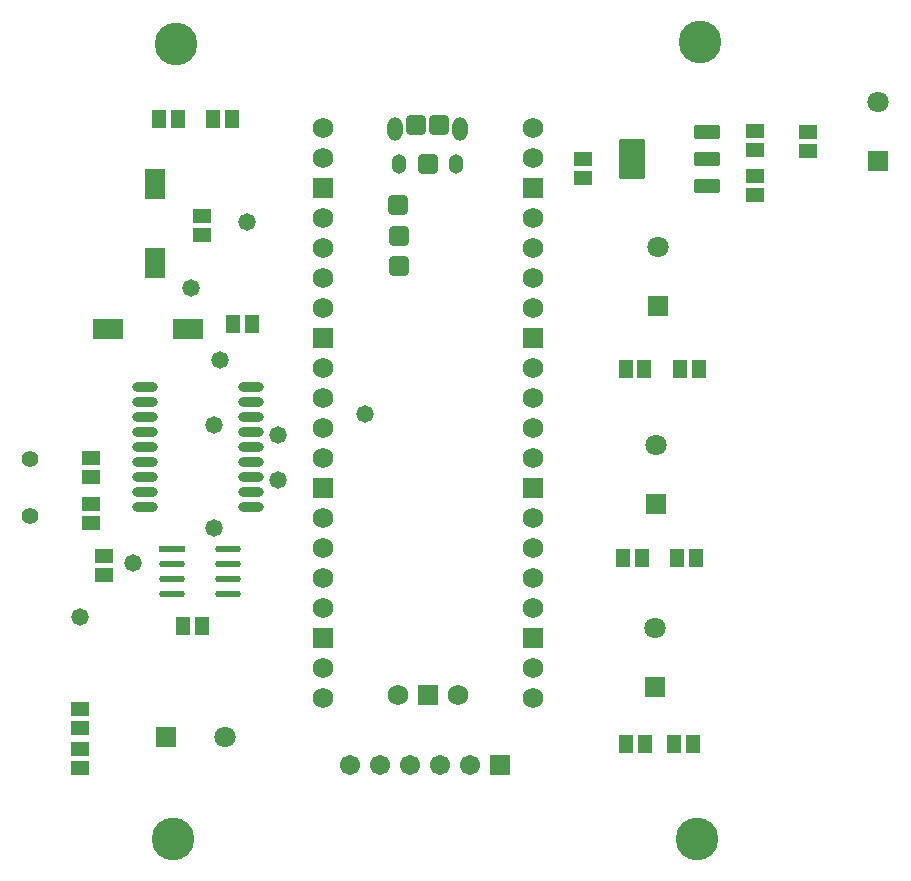
<source format=gts>
G04*
G04 #@! TF.GenerationSoftware,Altium Limited,Altium Designer,22.5.1 (42)*
G04*
G04 Layer_Color=8388736*
%FSLAX25Y25*%
%MOIN*%
G70*
G04*
G04 #@! TF.SameCoordinates,2259C19E-8C9C-4015-8B10-9D1C86A6F0C8*
G04*
G04*
G04 #@! TF.FilePolarity,Negative*
G04*
G01*
G75*
G04:AMPARAMS|DCode=21|XSize=85.59mil|YSize=22.32mil|CornerRadius=11.16mil|HoleSize=0mil|Usage=FLASHONLY|Rotation=0.000|XOffset=0mil|YOffset=0mil|HoleType=Round|Shape=RoundedRectangle|*
%AMROUNDEDRECTD21*
21,1,0.08559,0.00000,0,0,0.0*
21,1,0.06328,0.02232,0,0,0.0*
1,1,0.02232,0.03164,0.00000*
1,1,0.02232,-0.03164,0.00000*
1,1,0.02232,-0.03164,0.00000*
1,1,0.02232,0.03164,0.00000*
%
%ADD21ROUNDEDRECTD21*%
%ADD22R,0.08559X0.02232*%
%ADD28O,0.04934X0.06509*%
%ADD29O,0.05131X0.07887*%
G04:AMPARAMS|DCode=30|XSize=67.06mil|YSize=67.06mil|CornerRadius=15.81mil|HoleSize=0mil|Usage=FLASHONLY|Rotation=0.000|XOffset=0mil|YOffset=0mil|HoleType=Round|Shape=RoundedRectangle|*
%AMROUNDEDRECTD30*
21,1,0.06706,0.03543,0,0,0.0*
21,1,0.03543,0.06706,0,0,0.0*
1,1,0.03162,0.01772,-0.01772*
1,1,0.03162,-0.01772,-0.01772*
1,1,0.03162,-0.01772,0.01772*
1,1,0.03162,0.01772,0.01772*
%
%ADD30ROUNDEDRECTD30*%
%ADD31O,0.08674X0.03162*%
%ADD32R,0.04737X0.05918*%
%ADD33R,0.05918X0.04737*%
%ADD34R,0.09855X0.06706*%
%ADD35R,0.06706X0.09855*%
G04:AMPARAMS|DCode=36|XSize=135.95mil|YSize=88.71mil|CornerRadius=6.02mil|HoleSize=0mil|Usage=FLASHONLY|Rotation=270.000|XOffset=0mil|YOffset=0mil|HoleType=Round|Shape=RoundedRectangle|*
%AMROUNDEDRECTD36*
21,1,0.13595,0.07667,0,0,270.0*
21,1,0.12392,0.08871,0,0,270.0*
1,1,0.01204,-0.03834,-0.06196*
1,1,0.01204,-0.03834,0.06196*
1,1,0.01204,0.03834,0.06196*
1,1,0.01204,0.03834,-0.06196*
%
%ADD36ROUNDEDRECTD36*%
G04:AMPARAMS|DCode=37|XSize=47.37mil|YSize=88.71mil|CornerRadius=5.97mil|HoleSize=0mil|Usage=FLASHONLY|Rotation=270.000|XOffset=0mil|YOffset=0mil|HoleType=Round|Shape=RoundedRectangle|*
%AMROUNDEDRECTD37*
21,1,0.04737,0.07677,0,0,270.0*
21,1,0.03543,0.08871,0,0,270.0*
1,1,0.01194,-0.03839,-0.01772*
1,1,0.01194,-0.03839,0.01772*
1,1,0.01194,0.03839,0.01772*
1,1,0.01194,0.03839,-0.01772*
%
%ADD37ROUNDEDRECTD37*%
%ADD38C,0.06800*%
%ADD39R,0.06800X0.06800*%
%ADD40C,0.14200*%
%ADD41R,0.07099X0.07099*%
%ADD42C,0.07099*%
%ADD43R,0.07099X0.07099*%
%ADD44R,0.06706X0.06706*%
%ADD45C,0.06706*%
%ADD46C,0.05493*%
%ADD47C,0.05800*%
D21*
X296315Y264000D02*
D03*
Y259000D02*
D03*
Y254000D02*
D03*
Y249000D02*
D03*
X277685D02*
D03*
Y254000D02*
D03*
Y259000D02*
D03*
D22*
Y264000D02*
D03*
D28*
X372280Y392305D02*
D03*
X353186D02*
D03*
D29*
X373461Y404235D02*
D03*
X352005D02*
D03*
D30*
X353162Y358447D02*
D03*
Y368290D02*
D03*
X352890Y378644D02*
D03*
X362733Y392424D02*
D03*
X366670Y405416D02*
D03*
X358796D02*
D03*
D31*
X304000Y278000D02*
D03*
Y283000D02*
D03*
Y288000D02*
D03*
Y293000D02*
D03*
Y298000D02*
D03*
Y303000D02*
D03*
Y308000D02*
D03*
Y313000D02*
D03*
Y318000D02*
D03*
X268567Y278000D02*
D03*
Y283000D02*
D03*
Y288000D02*
D03*
Y293000D02*
D03*
Y298000D02*
D03*
Y303000D02*
D03*
Y308000D02*
D03*
Y313000D02*
D03*
Y318000D02*
D03*
D32*
X304150Y339000D02*
D03*
X297850D02*
D03*
X452299Y261000D02*
D03*
X446000D02*
D03*
X434299D02*
D03*
X428000D02*
D03*
X281350Y238500D02*
D03*
X287650D02*
D03*
X435150Y199000D02*
D03*
X428850D02*
D03*
X451150D02*
D03*
X444850D02*
D03*
X435000Y324000D02*
D03*
X428701D02*
D03*
X453150D02*
D03*
X446850D02*
D03*
X291201Y407500D02*
D03*
X297500D02*
D03*
X273350D02*
D03*
X279650D02*
D03*
D33*
X255000Y261799D02*
D03*
Y255500D02*
D03*
X247000Y204350D02*
D03*
Y210650D02*
D03*
Y191201D02*
D03*
Y197500D02*
D03*
X250500Y279000D02*
D03*
Y272701D02*
D03*
Y288000D02*
D03*
Y294299D02*
D03*
X287500Y368701D02*
D03*
Y375000D02*
D03*
X414500Y394150D02*
D03*
Y387850D02*
D03*
X489500Y403150D02*
D03*
Y396850D02*
D03*
X472000Y382201D02*
D03*
Y388500D02*
D03*
Y397000D02*
D03*
Y403299D02*
D03*
D34*
X282689Y337500D02*
D03*
X256311D02*
D03*
D35*
X272000Y385689D02*
D03*
Y359311D02*
D03*
D36*
X431000Y394000D02*
D03*
D37*
X456000Y403055D02*
D03*
Y394000D02*
D03*
Y384945D02*
D03*
D38*
X327799Y404500D02*
D03*
Y394500D02*
D03*
Y374500D02*
D03*
Y364500D02*
D03*
Y354500D02*
D03*
Y344500D02*
D03*
Y324500D02*
D03*
Y314500D02*
D03*
Y304500D02*
D03*
Y294500D02*
D03*
Y274500D02*
D03*
Y264500D02*
D03*
Y254500D02*
D03*
Y244500D02*
D03*
Y224500D02*
D03*
Y214500D02*
D03*
X397799Y224500D02*
D03*
Y244500D02*
D03*
Y254500D02*
D03*
Y264500D02*
D03*
Y274500D02*
D03*
Y294500D02*
D03*
Y304500D02*
D03*
Y314500D02*
D03*
Y324500D02*
D03*
Y344500D02*
D03*
Y354500D02*
D03*
Y364500D02*
D03*
Y374500D02*
D03*
Y394500D02*
D03*
Y404500D02*
D03*
Y214500D02*
D03*
X352799Y215500D02*
D03*
X372799D02*
D03*
D39*
X327799Y384500D02*
D03*
Y334500D02*
D03*
Y284500D02*
D03*
Y234500D02*
D03*
X397799D02*
D03*
Y284500D02*
D03*
Y334500D02*
D03*
Y384500D02*
D03*
X362799Y215500D02*
D03*
D40*
X279000Y432500D02*
D03*
X452500Y167500D02*
D03*
X453500Y433000D02*
D03*
X278000Y167500D02*
D03*
D41*
X513000Y393500D02*
D03*
X439500Y345000D02*
D03*
X438500Y218000D02*
D03*
X439000Y279000D02*
D03*
D42*
X513000Y413185D02*
D03*
X439500Y364685D02*
D03*
X438500Y237685D02*
D03*
X439000Y298685D02*
D03*
X295185Y201500D02*
D03*
D43*
X275500D02*
D03*
D44*
X387000Y192000D02*
D03*
D45*
X377000D02*
D03*
X367000D02*
D03*
X357000D02*
D03*
X347000D02*
D03*
X337000D02*
D03*
D46*
X230166Y275000D02*
D03*
Y294213D02*
D03*
D47*
X342000Y309000D02*
D03*
X293500Y327000D02*
D03*
X247000Y241500D02*
D03*
X284000Y351000D02*
D03*
X291500Y271000D02*
D03*
X264500Y259500D02*
D03*
X302500Y373000D02*
D03*
X313000Y302000D02*
D03*
Y287000D02*
D03*
X291500Y305500D02*
D03*
M02*

</source>
